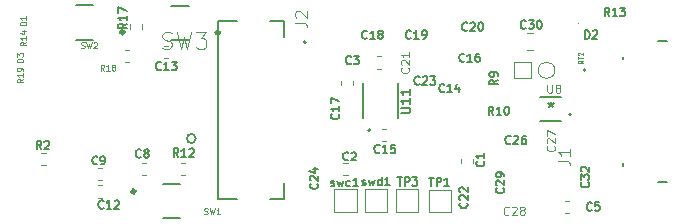
<source format=gbr>
G04 #@! TF.GenerationSoftware,KiCad,Pcbnew,(5.1.6)-1*
G04 #@! TF.CreationDate,2021-02-18T21:14:00+09:00*
G04 #@! TF.ProjectId,guardianCam_Wifi,67756172-6469-4616-9e43-616d5f576966,rev?*
G04 #@! TF.SameCoordinates,Original*
G04 #@! TF.FileFunction,Legend,Top*
G04 #@! TF.FilePolarity,Positive*
%FSLAX46Y46*%
G04 Gerber Fmt 4.6, Leading zero omitted, Abs format (unit mm)*
G04 Created by KiCad (PCBNEW (5.1.6)-1) date 2021-02-18 21:14:00*
%MOMM*%
%LPD*%
G01*
G04 APERTURE LIST*
%ADD10C,0.100000*%
%ADD11C,0.120000*%
%ADD12C,0.152400*%
%ADD13C,0.300000*%
%ADD14C,0.127000*%
%ADD15C,0.200000*%
%ADD16C,0.125000*%
%ADD17C,0.150000*%
%ADD18C,0.015000*%
G04 APERTURE END LIST*
D10*
X83795000Y-87810000D02*
G75*
G03*
X83795000Y-87810000I-50000J0D01*
G01*
D11*
X119890000Y-98890000D02*
X119890000Y-100790000D01*
X119890000Y-100790000D02*
X117990000Y-100790000D01*
X117990000Y-100790000D02*
X117990000Y-98890000D01*
X117990000Y-98890000D02*
X119890000Y-98890000D01*
D12*
X98246600Y-94540701D02*
G75*
G03*
X98246600Y-94540701I-381000J0D01*
G01*
D10*
X130670000Y-84830000D02*
G75*
G03*
X130670000Y-84830000I-50000J0D01*
G01*
X83885000Y-84720000D02*
G75*
G03*
X83885000Y-84720000I-50000J0D01*
G01*
D11*
X128650000Y-88770000D02*
G75*
G03*
X128650000Y-88770000I-700000J0D01*
G01*
X126630000Y-88040000D02*
X126630000Y-89440000D01*
X126630000Y-89440000D02*
X125230000Y-89440000D01*
X125230000Y-89440000D02*
X125230000Y-88040000D01*
X125230000Y-88040000D02*
X126630000Y-88040000D01*
X117100000Y-98850000D02*
X117100000Y-100750000D01*
X117100000Y-100750000D02*
X115200000Y-100750000D01*
X115200000Y-100750000D02*
X115200000Y-98850000D01*
X115200000Y-98850000D02*
X117100000Y-98850000D01*
X114470000Y-98830000D02*
X114470000Y-100730000D01*
X114470000Y-100730000D02*
X112570000Y-100730000D01*
X112570000Y-100730000D02*
X112570000Y-98830000D01*
X112570000Y-98830000D02*
X114470000Y-98830000D01*
X111870000Y-98840000D02*
X111870000Y-100740000D01*
X111870000Y-100740000D02*
X109970000Y-100740000D01*
X109970000Y-100740000D02*
X109970000Y-98840000D01*
X109970000Y-98840000D02*
X111870000Y-98840000D01*
D13*
X100251419Y-85585000D02*
G75*
G03*
X100251419Y-85585000I-141419J0D01*
G01*
D14*
X96176000Y-83335000D02*
X97644000Y-83335000D01*
X97644000Y-86235000D02*
X96176000Y-86235000D01*
D11*
X92591267Y-87040000D02*
X92248733Y-87040000D01*
X92591267Y-88060000D02*
X92248733Y-88060000D01*
X92670000Y-84888733D02*
X92670000Y-85231267D01*
X93690000Y-84888733D02*
X93690000Y-85231267D01*
X95583733Y-87760000D02*
X95926267Y-87760000D01*
X95583733Y-86740000D02*
X95926267Y-86740000D01*
X96993733Y-97620000D02*
X97336267Y-97620000D01*
X96993733Y-96600000D02*
X97336267Y-96600000D01*
X94016267Y-96610000D02*
X93673733Y-96610000D01*
X94016267Y-97630000D02*
X93673733Y-97630000D01*
D13*
X92171419Y-85530000D02*
G75*
G03*
X92171419Y-85530000I-141419J0D01*
G01*
D14*
X88096000Y-83280000D02*
X89564000Y-83280000D01*
X89564000Y-86180000D02*
X88096000Y-86180000D01*
D13*
X93111419Y-99015000D02*
G75*
G03*
X93111419Y-99015000I-141419J0D01*
G01*
D14*
X96904000Y-101265000D02*
X95436000Y-101265000D01*
X95436000Y-98365000D02*
X96904000Y-98365000D01*
D12*
X130031900Y-92530000D02*
G75*
G03*
X130031900Y-92530000I-101600J0D01*
G01*
X127398300Y-93033300D02*
X129201700Y-93033300D01*
X129201700Y-91026700D02*
X127398300Y-91026700D01*
D11*
X126831252Y-85620000D02*
X126308748Y-85620000D01*
X126831252Y-87040000D02*
X126308748Y-87040000D01*
D14*
X115390000Y-92840000D02*
X115390000Y-89840000D01*
X112390000Y-92840000D02*
X112390000Y-89840000D01*
D15*
X113040000Y-93835000D02*
G75*
G03*
X113040000Y-93835000I-100000J0D01*
G01*
D11*
X85526267Y-95730000D02*
X85183733Y-95730000D01*
X85526267Y-96750000D02*
X85183733Y-96750000D01*
D14*
X100130000Y-84580000D02*
X101710000Y-84580000D01*
X100130000Y-99680000D02*
X101710000Y-99680000D01*
X105730000Y-98350000D02*
X105730000Y-99680000D01*
X104550000Y-99680000D02*
X105730000Y-99680000D01*
D15*
X107580000Y-86380000D02*
G75*
G03*
X107580000Y-86380000I-100000J0D01*
G01*
D14*
X105730000Y-84580000D02*
X105730000Y-85910000D01*
X104550000Y-84580000D02*
X105730000Y-84580000D01*
X100130000Y-99680000D02*
X100130000Y-84580000D01*
X138160000Y-86250000D02*
X137360000Y-86250000D01*
X137360000Y-98250000D02*
X138160000Y-98250000D01*
X134460000Y-87650000D02*
X134460000Y-87850000D01*
X134460000Y-96850000D02*
X134460000Y-96650000D01*
D15*
X131266000Y-88751000D02*
G75*
G03*
X131266000Y-88751000I-100000J0D01*
G01*
D11*
X110570000Y-89688733D02*
X110570000Y-90031267D01*
X111590000Y-89688733D02*
X111590000Y-90031267D01*
X114053733Y-94780000D02*
X114396267Y-94780000D01*
X114053733Y-93760000D02*
X114396267Y-93760000D01*
X90306267Y-98520000D02*
X89963733Y-98520000D01*
X90306267Y-99540000D02*
X89963733Y-99540000D01*
X90296267Y-97040000D02*
X89953733Y-97040000D01*
X90296267Y-98060000D02*
X89953733Y-98060000D01*
X129481733Y-100840000D02*
X129824267Y-100840000D01*
X129481733Y-99820000D02*
X129824267Y-99820000D01*
X113598733Y-88620000D02*
X113941267Y-88620000D01*
X113598733Y-87600000D02*
X113941267Y-87600000D01*
X110753733Y-97650000D02*
X111096267Y-97650000D01*
X110753733Y-96630000D02*
X111096267Y-96630000D01*
X120720000Y-96283733D02*
X120720000Y-96626267D01*
X121740000Y-96283733D02*
X121740000Y-96626267D01*
D16*
X83616190Y-89501428D02*
X83378095Y-89668095D01*
X83616190Y-89787142D02*
X83116190Y-89787142D01*
X83116190Y-89596666D01*
X83140000Y-89549047D01*
X83163809Y-89525238D01*
X83211428Y-89501428D01*
X83282857Y-89501428D01*
X83330476Y-89525238D01*
X83354285Y-89549047D01*
X83378095Y-89596666D01*
X83378095Y-89787142D01*
X83616190Y-89025238D02*
X83616190Y-89310952D01*
X83616190Y-89168095D02*
X83116190Y-89168095D01*
X83187619Y-89215714D01*
X83235238Y-89263333D01*
X83259047Y-89310952D01*
X83616190Y-88787142D02*
X83616190Y-88691904D01*
X83592380Y-88644285D01*
X83568571Y-88620476D01*
X83497142Y-88572857D01*
X83401904Y-88549047D01*
X83211428Y-88549047D01*
X83163809Y-88572857D01*
X83140000Y-88596666D01*
X83116190Y-88644285D01*
X83116190Y-88739523D01*
X83140000Y-88787142D01*
X83163809Y-88810952D01*
X83211428Y-88834761D01*
X83330476Y-88834761D01*
X83378095Y-88810952D01*
X83401904Y-88787142D01*
X83425714Y-88739523D01*
X83425714Y-88644285D01*
X83401904Y-88596666D01*
X83378095Y-88572857D01*
X83330476Y-88549047D01*
X83616190Y-88059047D02*
X83116190Y-88059047D01*
X83116190Y-87940000D01*
X83140000Y-87868571D01*
X83187619Y-87820952D01*
X83235238Y-87797142D01*
X83330476Y-87773333D01*
X83401904Y-87773333D01*
X83497142Y-87797142D01*
X83544761Y-87820952D01*
X83592380Y-87868571D01*
X83616190Y-87940000D01*
X83616190Y-88059047D01*
X83116190Y-87606666D02*
X83116190Y-87297142D01*
X83306666Y-87463809D01*
X83306666Y-87392380D01*
X83330476Y-87344761D01*
X83354285Y-87320952D01*
X83401904Y-87297142D01*
X83520952Y-87297142D01*
X83568571Y-87320952D01*
X83592380Y-87344761D01*
X83616190Y-87392380D01*
X83616190Y-87535238D01*
X83592380Y-87582857D01*
X83568571Y-87606666D01*
D17*
X118006666Y-97846666D02*
X118406666Y-97846666D01*
X118206666Y-98546666D02*
X118206666Y-97846666D01*
X118640000Y-98546666D02*
X118640000Y-97846666D01*
X118906666Y-97846666D01*
X118973333Y-97880000D01*
X119006666Y-97913333D01*
X119040000Y-97980000D01*
X119040000Y-98080000D01*
X119006666Y-98146666D01*
X118973333Y-98180000D01*
X118906666Y-98213333D01*
X118640000Y-98213333D01*
X119706666Y-98546666D02*
X119306666Y-98546666D01*
X119506666Y-98546666D02*
X119506666Y-97846666D01*
X119440000Y-97946666D01*
X119373333Y-98013333D01*
X119306666Y-98046666D01*
D10*
X83886190Y-86371428D02*
X83648095Y-86538095D01*
X83886190Y-86657142D02*
X83386190Y-86657142D01*
X83386190Y-86466666D01*
X83410000Y-86419047D01*
X83433809Y-86395238D01*
X83481428Y-86371428D01*
X83552857Y-86371428D01*
X83600476Y-86395238D01*
X83624285Y-86419047D01*
X83648095Y-86466666D01*
X83648095Y-86657142D01*
X83886190Y-85895238D02*
X83886190Y-86180952D01*
X83886190Y-86038095D02*
X83386190Y-86038095D01*
X83457619Y-86085714D01*
X83505238Y-86133333D01*
X83529047Y-86180952D01*
X83552857Y-85466666D02*
X83886190Y-85466666D01*
X83362380Y-85585714D02*
X83719523Y-85704761D01*
X83719523Y-85395238D01*
D17*
X131193333Y-86096666D02*
X131193333Y-85396666D01*
X131360000Y-85396666D01*
X131460000Y-85430000D01*
X131526666Y-85496666D01*
X131560000Y-85563333D01*
X131593333Y-85696666D01*
X131593333Y-85796666D01*
X131560000Y-85930000D01*
X131526666Y-85996666D01*
X131460000Y-86063333D01*
X131360000Y-86096666D01*
X131193333Y-86096666D01*
X131860000Y-85463333D02*
X131893333Y-85430000D01*
X131960000Y-85396666D01*
X132126666Y-85396666D01*
X132193333Y-85430000D01*
X132226666Y-85463333D01*
X132260000Y-85530000D01*
X132260000Y-85596666D01*
X132226666Y-85696666D01*
X131826666Y-86096666D01*
X132260000Y-86096666D01*
D16*
X83866190Y-84949047D02*
X83366190Y-84949047D01*
X83366190Y-84830000D01*
X83390000Y-84758571D01*
X83437619Y-84710952D01*
X83485238Y-84687142D01*
X83580476Y-84663333D01*
X83651904Y-84663333D01*
X83747142Y-84687142D01*
X83794761Y-84710952D01*
X83842380Y-84758571D01*
X83866190Y-84830000D01*
X83866190Y-84949047D01*
X83866190Y-84187142D02*
X83866190Y-84472857D01*
X83866190Y-84330000D02*
X83366190Y-84330000D01*
X83437619Y-84377619D01*
X83485238Y-84425238D01*
X83509047Y-84472857D01*
D17*
X133270000Y-84186666D02*
X133036666Y-83853333D01*
X132870000Y-84186666D02*
X132870000Y-83486666D01*
X133136666Y-83486666D01*
X133203333Y-83520000D01*
X133236666Y-83553333D01*
X133270000Y-83620000D01*
X133270000Y-83720000D01*
X133236666Y-83786666D01*
X133203333Y-83820000D01*
X133136666Y-83853333D01*
X132870000Y-83853333D01*
X133936666Y-84186666D02*
X133536666Y-84186666D01*
X133736666Y-84186666D02*
X133736666Y-83486666D01*
X133670000Y-83586666D01*
X133603333Y-83653333D01*
X133536666Y-83686666D01*
X134170000Y-83486666D02*
X134603333Y-83486666D01*
X134370000Y-83753333D01*
X134470000Y-83753333D01*
X134536666Y-83786666D01*
X134570000Y-83820000D01*
X134603333Y-83886666D01*
X134603333Y-84053333D01*
X134570000Y-84120000D01*
X134536666Y-84153333D01*
X134470000Y-84186666D01*
X134270000Y-84186666D01*
X134203333Y-84153333D01*
X134170000Y-84120000D01*
X123450000Y-92536666D02*
X123216666Y-92203333D01*
X123050000Y-92536666D02*
X123050000Y-91836666D01*
X123316666Y-91836666D01*
X123383333Y-91870000D01*
X123416666Y-91903333D01*
X123450000Y-91970000D01*
X123450000Y-92070000D01*
X123416666Y-92136666D01*
X123383333Y-92170000D01*
X123316666Y-92203333D01*
X123050000Y-92203333D01*
X124116666Y-92536666D02*
X123716666Y-92536666D01*
X123916666Y-92536666D02*
X123916666Y-91836666D01*
X123850000Y-91936666D01*
X123783333Y-92003333D01*
X123716666Y-92036666D01*
X124550000Y-91836666D02*
X124616666Y-91836666D01*
X124683333Y-91870000D01*
X124716666Y-91903333D01*
X124750000Y-91970000D01*
X124783333Y-92103333D01*
X124783333Y-92270000D01*
X124750000Y-92403333D01*
X124716666Y-92470000D01*
X124683333Y-92503333D01*
X124616666Y-92536666D01*
X124550000Y-92536666D01*
X124483333Y-92503333D01*
X124450000Y-92470000D01*
X124416666Y-92403333D01*
X124383333Y-92270000D01*
X124383333Y-92103333D01*
X124416666Y-91970000D01*
X124450000Y-91903333D01*
X124483333Y-91870000D01*
X124550000Y-91836666D01*
X123806666Y-89566666D02*
X123473333Y-89800000D01*
X123806666Y-89966666D02*
X123106666Y-89966666D01*
X123106666Y-89700000D01*
X123140000Y-89633333D01*
X123173333Y-89600000D01*
X123240000Y-89566666D01*
X123340000Y-89566666D01*
X123406666Y-89600000D01*
X123440000Y-89633333D01*
X123473333Y-89700000D01*
X123473333Y-89966666D01*
X123806666Y-89233333D02*
X123806666Y-89100000D01*
X123773333Y-89033333D01*
X123740000Y-89000000D01*
X123640000Y-88933333D01*
X123506666Y-88900000D01*
X123240000Y-88900000D01*
X123173333Y-88933333D01*
X123140000Y-88966666D01*
X123106666Y-89033333D01*
X123106666Y-89166666D01*
X123140000Y-89233333D01*
X123173333Y-89266666D01*
X123240000Y-89300000D01*
X123406666Y-89300000D01*
X123473333Y-89266666D01*
X123506666Y-89233333D01*
X123540000Y-89166666D01*
X123540000Y-89033333D01*
X123506666Y-88966666D01*
X123473333Y-88933333D01*
X123406666Y-88900000D01*
X117200000Y-89920000D02*
X117166666Y-89953333D01*
X117066666Y-89986666D01*
X117000000Y-89986666D01*
X116900000Y-89953333D01*
X116833333Y-89886666D01*
X116800000Y-89820000D01*
X116766666Y-89686666D01*
X116766666Y-89586666D01*
X116800000Y-89453333D01*
X116833333Y-89386666D01*
X116900000Y-89320000D01*
X117000000Y-89286666D01*
X117066666Y-89286666D01*
X117166666Y-89320000D01*
X117200000Y-89353333D01*
X117466666Y-89353333D02*
X117500000Y-89320000D01*
X117566666Y-89286666D01*
X117733333Y-89286666D01*
X117800000Y-89320000D01*
X117833333Y-89353333D01*
X117866666Y-89420000D01*
X117866666Y-89486666D01*
X117833333Y-89586666D01*
X117433333Y-89986666D01*
X117866666Y-89986666D01*
X118100000Y-89286666D02*
X118533333Y-89286666D01*
X118300000Y-89553333D01*
X118400000Y-89553333D01*
X118466666Y-89586666D01*
X118500000Y-89620000D01*
X118533333Y-89686666D01*
X118533333Y-89853333D01*
X118500000Y-89920000D01*
X118466666Y-89953333D01*
X118400000Y-89986666D01*
X118200000Y-89986666D01*
X118133333Y-89953333D01*
X118100000Y-89920000D01*
D16*
X116260000Y-88570000D02*
X116293333Y-88603333D01*
X116326666Y-88703333D01*
X116326666Y-88770000D01*
X116293333Y-88870000D01*
X116226666Y-88936666D01*
X116160000Y-88970000D01*
X116026666Y-89003333D01*
X115926666Y-89003333D01*
X115793333Y-88970000D01*
X115726666Y-88936666D01*
X115660000Y-88870000D01*
X115626666Y-88770000D01*
X115626666Y-88703333D01*
X115660000Y-88603333D01*
X115693333Y-88570000D01*
X115693333Y-88303333D02*
X115660000Y-88270000D01*
X115626666Y-88203333D01*
X115626666Y-88036666D01*
X115660000Y-87970000D01*
X115693333Y-87936666D01*
X115760000Y-87903333D01*
X115826666Y-87903333D01*
X115926666Y-87936666D01*
X116326666Y-88336666D01*
X116326666Y-87903333D01*
X116326666Y-87236666D02*
X116326666Y-87636666D01*
X116326666Y-87436666D02*
X115626666Y-87436666D01*
X115726666Y-87503333D01*
X115793333Y-87570000D01*
X115826666Y-87636666D01*
D17*
X120980000Y-87980000D02*
X120946666Y-88013333D01*
X120846666Y-88046666D01*
X120780000Y-88046666D01*
X120680000Y-88013333D01*
X120613333Y-87946666D01*
X120580000Y-87880000D01*
X120546666Y-87746666D01*
X120546666Y-87646666D01*
X120580000Y-87513333D01*
X120613333Y-87446666D01*
X120680000Y-87380000D01*
X120780000Y-87346666D01*
X120846666Y-87346666D01*
X120946666Y-87380000D01*
X120980000Y-87413333D01*
X121646666Y-88046666D02*
X121246666Y-88046666D01*
X121446666Y-88046666D02*
X121446666Y-87346666D01*
X121380000Y-87446666D01*
X121313333Y-87513333D01*
X121246666Y-87546666D01*
X122246666Y-87346666D02*
X122113333Y-87346666D01*
X122046666Y-87380000D01*
X122013333Y-87413333D01*
X121946666Y-87513333D01*
X121913333Y-87646666D01*
X121913333Y-87913333D01*
X121946666Y-87980000D01*
X121980000Y-88013333D01*
X122046666Y-88046666D01*
X122180000Y-88046666D01*
X122246666Y-88013333D01*
X122280000Y-87980000D01*
X122313333Y-87913333D01*
X122313333Y-87746666D01*
X122280000Y-87680000D01*
X122246666Y-87646666D01*
X122180000Y-87613333D01*
X122046666Y-87613333D01*
X121980000Y-87646666D01*
X121946666Y-87680000D01*
X121913333Y-87746666D01*
X119290000Y-90560000D02*
X119256666Y-90593333D01*
X119156666Y-90626666D01*
X119090000Y-90626666D01*
X118990000Y-90593333D01*
X118923333Y-90526666D01*
X118890000Y-90460000D01*
X118856666Y-90326666D01*
X118856666Y-90226666D01*
X118890000Y-90093333D01*
X118923333Y-90026666D01*
X118990000Y-89960000D01*
X119090000Y-89926666D01*
X119156666Y-89926666D01*
X119256666Y-89960000D01*
X119290000Y-89993333D01*
X119956666Y-90626666D02*
X119556666Y-90626666D01*
X119756666Y-90626666D02*
X119756666Y-89926666D01*
X119690000Y-90026666D01*
X119623333Y-90093333D01*
X119556666Y-90126666D01*
X120556666Y-90160000D02*
X120556666Y-90626666D01*
X120390000Y-89893333D02*
X120223333Y-90393333D01*
X120656666Y-90393333D01*
X116460000Y-86020000D02*
X116426666Y-86053333D01*
X116326666Y-86086666D01*
X116260000Y-86086666D01*
X116160000Y-86053333D01*
X116093333Y-85986666D01*
X116060000Y-85920000D01*
X116026666Y-85786666D01*
X116026666Y-85686666D01*
X116060000Y-85553333D01*
X116093333Y-85486666D01*
X116160000Y-85420000D01*
X116260000Y-85386666D01*
X116326666Y-85386666D01*
X116426666Y-85420000D01*
X116460000Y-85453333D01*
X117126666Y-86086666D02*
X116726666Y-86086666D01*
X116926666Y-86086666D02*
X116926666Y-85386666D01*
X116860000Y-85486666D01*
X116793333Y-85553333D01*
X116726666Y-85586666D01*
X117460000Y-86086666D02*
X117593333Y-86086666D01*
X117660000Y-86053333D01*
X117693333Y-86020000D01*
X117760000Y-85920000D01*
X117793333Y-85786666D01*
X117793333Y-85520000D01*
X117760000Y-85453333D01*
X117726666Y-85420000D01*
X117660000Y-85386666D01*
X117526666Y-85386666D01*
X117460000Y-85420000D01*
X117426666Y-85453333D01*
X117393333Y-85520000D01*
X117393333Y-85686666D01*
X117426666Y-85753333D01*
X117460000Y-85786666D01*
X117526666Y-85820000D01*
X117660000Y-85820000D01*
X117726666Y-85786666D01*
X117760000Y-85753333D01*
X117793333Y-85686666D01*
X108540000Y-98360000D02*
X108573333Y-98393333D01*
X108606666Y-98493333D01*
X108606666Y-98560000D01*
X108573333Y-98660000D01*
X108506666Y-98726666D01*
X108440000Y-98760000D01*
X108306666Y-98793333D01*
X108206666Y-98793333D01*
X108073333Y-98760000D01*
X108006666Y-98726666D01*
X107940000Y-98660000D01*
X107906666Y-98560000D01*
X107906666Y-98493333D01*
X107940000Y-98393333D01*
X107973333Y-98360000D01*
X107973333Y-98093333D02*
X107940000Y-98060000D01*
X107906666Y-97993333D01*
X107906666Y-97826666D01*
X107940000Y-97760000D01*
X107973333Y-97726666D01*
X108040000Y-97693333D01*
X108106666Y-97693333D01*
X108206666Y-97726666D01*
X108606666Y-98126666D01*
X108606666Y-97693333D01*
X108140000Y-97093333D02*
X108606666Y-97093333D01*
X107873333Y-97260000D02*
X108373333Y-97426666D01*
X108373333Y-96993333D01*
X121200000Y-100000000D02*
X121233333Y-100033333D01*
X121266666Y-100133333D01*
X121266666Y-100200000D01*
X121233333Y-100300000D01*
X121166666Y-100366666D01*
X121100000Y-100400000D01*
X120966666Y-100433333D01*
X120866666Y-100433333D01*
X120733333Y-100400000D01*
X120666666Y-100366666D01*
X120600000Y-100300000D01*
X120566666Y-100200000D01*
X120566666Y-100133333D01*
X120600000Y-100033333D01*
X120633333Y-100000000D01*
X120633333Y-99733333D02*
X120600000Y-99700000D01*
X120566666Y-99633333D01*
X120566666Y-99466666D01*
X120600000Y-99400000D01*
X120633333Y-99366666D01*
X120700000Y-99333333D01*
X120766666Y-99333333D01*
X120866666Y-99366666D01*
X121266666Y-99766666D01*
X121266666Y-99333333D01*
X120633333Y-99066666D02*
X120600000Y-99033333D01*
X120566666Y-98966666D01*
X120566666Y-98800000D01*
X120600000Y-98733333D01*
X120633333Y-98700000D01*
X120700000Y-98666666D01*
X120766666Y-98666666D01*
X120866666Y-98700000D01*
X121266666Y-99100000D01*
X121266666Y-98666666D01*
X121230000Y-85350000D02*
X121196666Y-85383333D01*
X121096666Y-85416666D01*
X121030000Y-85416666D01*
X120930000Y-85383333D01*
X120863333Y-85316666D01*
X120830000Y-85250000D01*
X120796666Y-85116666D01*
X120796666Y-85016666D01*
X120830000Y-84883333D01*
X120863333Y-84816666D01*
X120930000Y-84750000D01*
X121030000Y-84716666D01*
X121096666Y-84716666D01*
X121196666Y-84750000D01*
X121230000Y-84783333D01*
X121496666Y-84783333D02*
X121530000Y-84750000D01*
X121596666Y-84716666D01*
X121763333Y-84716666D01*
X121830000Y-84750000D01*
X121863333Y-84783333D01*
X121896666Y-84850000D01*
X121896666Y-84916666D01*
X121863333Y-85016666D01*
X121463333Y-85416666D01*
X121896666Y-85416666D01*
X122330000Y-84716666D02*
X122396666Y-84716666D01*
X122463333Y-84750000D01*
X122496666Y-84783333D01*
X122530000Y-84850000D01*
X122563333Y-84983333D01*
X122563333Y-85150000D01*
X122530000Y-85283333D01*
X122496666Y-85350000D01*
X122463333Y-85383333D01*
X122396666Y-85416666D01*
X122330000Y-85416666D01*
X122263333Y-85383333D01*
X122230000Y-85350000D01*
X122196666Y-85283333D01*
X122163333Y-85150000D01*
X122163333Y-84983333D01*
X122196666Y-84850000D01*
X122230000Y-84783333D01*
X122263333Y-84750000D01*
X122330000Y-84716666D01*
X112750000Y-86040000D02*
X112716666Y-86073333D01*
X112616666Y-86106666D01*
X112550000Y-86106666D01*
X112450000Y-86073333D01*
X112383333Y-86006666D01*
X112350000Y-85940000D01*
X112316666Y-85806666D01*
X112316666Y-85706666D01*
X112350000Y-85573333D01*
X112383333Y-85506666D01*
X112450000Y-85440000D01*
X112550000Y-85406666D01*
X112616666Y-85406666D01*
X112716666Y-85440000D01*
X112750000Y-85473333D01*
X113416666Y-86106666D02*
X113016666Y-86106666D01*
X113216666Y-86106666D02*
X113216666Y-85406666D01*
X113150000Y-85506666D01*
X113083333Y-85573333D01*
X113016666Y-85606666D01*
X113816666Y-85706666D02*
X113750000Y-85673333D01*
X113716666Y-85640000D01*
X113683333Y-85573333D01*
X113683333Y-85540000D01*
X113716666Y-85473333D01*
X113750000Y-85440000D01*
X113816666Y-85406666D01*
X113950000Y-85406666D01*
X114016666Y-85440000D01*
X114050000Y-85473333D01*
X114083333Y-85540000D01*
X114083333Y-85573333D01*
X114050000Y-85640000D01*
X114016666Y-85673333D01*
X113950000Y-85706666D01*
X113816666Y-85706666D01*
X113750000Y-85740000D01*
X113716666Y-85773333D01*
X113683333Y-85840000D01*
X113683333Y-85973333D01*
X113716666Y-86040000D01*
X113750000Y-86073333D01*
X113816666Y-86106666D01*
X113950000Y-86106666D01*
X114016666Y-86073333D01*
X114050000Y-86040000D01*
X114083333Y-85973333D01*
X114083333Y-85840000D01*
X114050000Y-85773333D01*
X114016666Y-85740000D01*
X113950000Y-85706666D01*
X131500000Y-98250000D02*
X131533333Y-98283333D01*
X131566666Y-98383333D01*
X131566666Y-98450000D01*
X131533333Y-98550000D01*
X131466666Y-98616666D01*
X131400000Y-98650000D01*
X131266666Y-98683333D01*
X131166666Y-98683333D01*
X131033333Y-98650000D01*
X130966666Y-98616666D01*
X130900000Y-98550000D01*
X130866666Y-98450000D01*
X130866666Y-98383333D01*
X130900000Y-98283333D01*
X130933333Y-98250000D01*
X130866666Y-98016666D02*
X130866666Y-97583333D01*
X131133333Y-97816666D01*
X131133333Y-97716666D01*
X131166666Y-97650000D01*
X131200000Y-97616666D01*
X131266666Y-97583333D01*
X131433333Y-97583333D01*
X131500000Y-97616666D01*
X131533333Y-97650000D01*
X131566666Y-97716666D01*
X131566666Y-97916666D01*
X131533333Y-97983333D01*
X131500000Y-98016666D01*
X130933333Y-97316666D02*
X130900000Y-97283333D01*
X130866666Y-97216666D01*
X130866666Y-97050000D01*
X130900000Y-96983333D01*
X130933333Y-96950000D01*
X131000000Y-96916666D01*
X131066666Y-96916666D01*
X131166666Y-96950000D01*
X131566666Y-97350000D01*
X131566666Y-96916666D01*
X115316666Y-97826666D02*
X115716666Y-97826666D01*
X115516666Y-98526666D02*
X115516666Y-97826666D01*
X115950000Y-98526666D02*
X115950000Y-97826666D01*
X116216666Y-97826666D01*
X116283333Y-97860000D01*
X116316666Y-97893333D01*
X116350000Y-97960000D01*
X116350000Y-98060000D01*
X116316666Y-98126666D01*
X116283333Y-98160000D01*
X116216666Y-98193333D01*
X115950000Y-98193333D01*
X116583333Y-97826666D02*
X117016666Y-97826666D01*
X116783333Y-98093333D01*
X116883333Y-98093333D01*
X116950000Y-98126666D01*
X116983333Y-98160000D01*
X117016666Y-98226666D01*
X117016666Y-98393333D01*
X116983333Y-98460000D01*
X116950000Y-98493333D01*
X116883333Y-98526666D01*
X116683333Y-98526666D01*
X116616666Y-98493333D01*
X116583333Y-98460000D01*
X112343333Y-98473333D02*
X112410000Y-98506666D01*
X112543333Y-98506666D01*
X112610000Y-98473333D01*
X112643333Y-98406666D01*
X112643333Y-98373333D01*
X112610000Y-98306666D01*
X112543333Y-98273333D01*
X112443333Y-98273333D01*
X112376666Y-98240000D01*
X112343333Y-98173333D01*
X112343333Y-98140000D01*
X112376666Y-98073333D01*
X112443333Y-98040000D01*
X112543333Y-98040000D01*
X112610000Y-98073333D01*
X112876666Y-98040000D02*
X113010000Y-98506666D01*
X113143333Y-98173333D01*
X113276666Y-98506666D01*
X113410000Y-98040000D01*
X113976666Y-98506666D02*
X113976666Y-97806666D01*
X113976666Y-98473333D02*
X113910000Y-98506666D01*
X113776666Y-98506666D01*
X113710000Y-98473333D01*
X113676666Y-98440000D01*
X113643333Y-98373333D01*
X113643333Y-98173333D01*
X113676666Y-98106666D01*
X113710000Y-98073333D01*
X113776666Y-98040000D01*
X113910000Y-98040000D01*
X113976666Y-98073333D01*
X114676666Y-98506666D02*
X114276666Y-98506666D01*
X114476666Y-98506666D02*
X114476666Y-97806666D01*
X114410000Y-97906666D01*
X114343333Y-97973333D01*
X114276666Y-98006666D01*
X109690000Y-98543333D02*
X109756666Y-98576666D01*
X109890000Y-98576666D01*
X109956666Y-98543333D01*
X109990000Y-98476666D01*
X109990000Y-98443333D01*
X109956666Y-98376666D01*
X109890000Y-98343333D01*
X109790000Y-98343333D01*
X109723333Y-98310000D01*
X109690000Y-98243333D01*
X109690000Y-98210000D01*
X109723333Y-98143333D01*
X109790000Y-98110000D01*
X109890000Y-98110000D01*
X109956666Y-98143333D01*
X110223333Y-98110000D02*
X110356666Y-98576666D01*
X110490000Y-98243333D01*
X110623333Y-98576666D01*
X110756666Y-98110000D01*
X111323333Y-98543333D02*
X111256666Y-98576666D01*
X111123333Y-98576666D01*
X111056666Y-98543333D01*
X111023333Y-98510000D01*
X110990000Y-98443333D01*
X110990000Y-98243333D01*
X111023333Y-98176666D01*
X111056666Y-98143333D01*
X111123333Y-98110000D01*
X111256666Y-98110000D01*
X111323333Y-98143333D01*
X111990000Y-98576666D02*
X111590000Y-98576666D01*
X111790000Y-98576666D02*
X111790000Y-97876666D01*
X111723333Y-97976666D01*
X111656666Y-98043333D01*
X111590000Y-98076666D01*
X124900000Y-94940000D02*
X124866666Y-94973333D01*
X124766666Y-95006666D01*
X124700000Y-95006666D01*
X124600000Y-94973333D01*
X124533333Y-94906666D01*
X124500000Y-94840000D01*
X124466666Y-94706666D01*
X124466666Y-94606666D01*
X124500000Y-94473333D01*
X124533333Y-94406666D01*
X124600000Y-94340000D01*
X124700000Y-94306666D01*
X124766666Y-94306666D01*
X124866666Y-94340000D01*
X124900000Y-94373333D01*
X125166666Y-94373333D02*
X125200000Y-94340000D01*
X125266666Y-94306666D01*
X125433333Y-94306666D01*
X125500000Y-94340000D01*
X125533333Y-94373333D01*
X125566666Y-94440000D01*
X125566666Y-94506666D01*
X125533333Y-94606666D01*
X125133333Y-95006666D01*
X125566666Y-95006666D01*
X126166666Y-94306666D02*
X126033333Y-94306666D01*
X125966666Y-94340000D01*
X125933333Y-94373333D01*
X125866666Y-94473333D01*
X125833333Y-94606666D01*
X125833333Y-94873333D01*
X125866666Y-94940000D01*
X125900000Y-94973333D01*
X125966666Y-95006666D01*
X126100000Y-95006666D01*
X126166666Y-94973333D01*
X126200000Y-94940000D01*
X126233333Y-94873333D01*
X126233333Y-94706666D01*
X126200000Y-94640000D01*
X126166666Y-94606666D01*
X126100000Y-94573333D01*
X125966666Y-94573333D01*
X125900000Y-94606666D01*
X125866666Y-94640000D01*
X125833333Y-94706666D01*
X124290000Y-98740000D02*
X124323333Y-98773333D01*
X124356666Y-98873333D01*
X124356666Y-98940000D01*
X124323333Y-99040000D01*
X124256666Y-99106666D01*
X124190000Y-99140000D01*
X124056666Y-99173333D01*
X123956666Y-99173333D01*
X123823333Y-99140000D01*
X123756666Y-99106666D01*
X123690000Y-99040000D01*
X123656666Y-98940000D01*
X123656666Y-98873333D01*
X123690000Y-98773333D01*
X123723333Y-98740000D01*
X123723333Y-98473333D02*
X123690000Y-98440000D01*
X123656666Y-98373333D01*
X123656666Y-98206666D01*
X123690000Y-98140000D01*
X123723333Y-98106666D01*
X123790000Y-98073333D01*
X123856666Y-98073333D01*
X123956666Y-98106666D01*
X124356666Y-98506666D01*
X124356666Y-98073333D01*
X124356666Y-97740000D02*
X124356666Y-97606666D01*
X124323333Y-97540000D01*
X124290000Y-97506666D01*
X124190000Y-97440000D01*
X124056666Y-97406666D01*
X123790000Y-97406666D01*
X123723333Y-97440000D01*
X123690000Y-97473333D01*
X123656666Y-97540000D01*
X123656666Y-97673333D01*
X123690000Y-97740000D01*
X123723333Y-97773333D01*
X123790000Y-97806666D01*
X123956666Y-97806666D01*
X124023333Y-97773333D01*
X124056666Y-97740000D01*
X124090000Y-97673333D01*
X124090000Y-97540000D01*
X124056666Y-97473333D01*
X124023333Y-97440000D01*
X123956666Y-97406666D01*
D10*
X124750000Y-100950000D02*
X124716666Y-100983333D01*
X124616666Y-101016666D01*
X124550000Y-101016666D01*
X124450000Y-100983333D01*
X124383333Y-100916666D01*
X124350000Y-100850000D01*
X124316666Y-100716666D01*
X124316666Y-100616666D01*
X124350000Y-100483333D01*
X124383333Y-100416666D01*
X124450000Y-100350000D01*
X124550000Y-100316666D01*
X124616666Y-100316666D01*
X124716666Y-100350000D01*
X124750000Y-100383333D01*
X125016666Y-100383333D02*
X125050000Y-100350000D01*
X125116666Y-100316666D01*
X125283333Y-100316666D01*
X125350000Y-100350000D01*
X125383333Y-100383333D01*
X125416666Y-100450000D01*
X125416666Y-100516666D01*
X125383333Y-100616666D01*
X124983333Y-101016666D01*
X125416666Y-101016666D01*
X125816666Y-100616666D02*
X125750000Y-100583333D01*
X125716666Y-100550000D01*
X125683333Y-100483333D01*
X125683333Y-100450000D01*
X125716666Y-100383333D01*
X125750000Y-100350000D01*
X125816666Y-100316666D01*
X125950000Y-100316666D01*
X126016666Y-100350000D01*
X126050000Y-100383333D01*
X126083333Y-100450000D01*
X126083333Y-100483333D01*
X126050000Y-100550000D01*
X126016666Y-100583333D01*
X125950000Y-100616666D01*
X125816666Y-100616666D01*
X125750000Y-100650000D01*
X125716666Y-100683333D01*
X125683333Y-100750000D01*
X125683333Y-100883333D01*
X125716666Y-100950000D01*
X125750000Y-100983333D01*
X125816666Y-101016666D01*
X125950000Y-101016666D01*
X126016666Y-100983333D01*
X126050000Y-100950000D01*
X126083333Y-100883333D01*
X126083333Y-100750000D01*
X126050000Y-100683333D01*
X126016666Y-100650000D01*
X125950000Y-100616666D01*
D16*
X128590000Y-95190000D02*
X128623333Y-95223333D01*
X128656666Y-95323333D01*
X128656666Y-95390000D01*
X128623333Y-95490000D01*
X128556666Y-95556666D01*
X128490000Y-95590000D01*
X128356666Y-95623333D01*
X128256666Y-95623333D01*
X128123333Y-95590000D01*
X128056666Y-95556666D01*
X127990000Y-95490000D01*
X127956666Y-95390000D01*
X127956666Y-95323333D01*
X127990000Y-95223333D01*
X128023333Y-95190000D01*
X128023333Y-94923333D02*
X127990000Y-94890000D01*
X127956666Y-94823333D01*
X127956666Y-94656666D01*
X127990000Y-94590000D01*
X128023333Y-94556666D01*
X128090000Y-94523333D01*
X128156666Y-94523333D01*
X128256666Y-94556666D01*
X128656666Y-94956666D01*
X128656666Y-94523333D01*
X127956666Y-94290000D02*
X127956666Y-93823333D01*
X128656666Y-94123333D01*
D18*
X95411181Y-86857319D02*
X95611411Y-86924063D01*
X95945129Y-86924063D01*
X96078616Y-86857319D01*
X96145360Y-86790576D01*
X96212103Y-86657089D01*
X96212103Y-86523602D01*
X96145360Y-86390115D01*
X96078616Y-86323371D01*
X95945129Y-86256628D01*
X95678155Y-86189884D01*
X95544668Y-86123141D01*
X95477924Y-86056397D01*
X95411181Y-85922910D01*
X95411181Y-85789423D01*
X95477924Y-85655936D01*
X95544668Y-85589193D01*
X95678155Y-85522449D01*
X96011873Y-85522449D01*
X96212103Y-85589193D01*
X96679308Y-85522449D02*
X97013025Y-86924063D01*
X97280000Y-85922910D01*
X97546974Y-86924063D01*
X97880691Y-85522449D01*
X98281152Y-85522449D02*
X99148818Y-85522449D01*
X98681614Y-86056397D01*
X98881844Y-86056397D01*
X99015331Y-86123141D01*
X99082075Y-86189884D01*
X99148818Y-86323371D01*
X99148818Y-86657089D01*
X99082075Y-86790576D01*
X99015331Y-86857319D01*
X98881844Y-86924063D01*
X98481383Y-86924063D01*
X98347896Y-86857319D01*
X98281152Y-86790576D01*
D10*
X90498571Y-88786190D02*
X90331904Y-88548095D01*
X90212857Y-88786190D02*
X90212857Y-88286190D01*
X90403333Y-88286190D01*
X90450952Y-88310000D01*
X90474761Y-88333809D01*
X90498571Y-88381428D01*
X90498571Y-88452857D01*
X90474761Y-88500476D01*
X90450952Y-88524285D01*
X90403333Y-88548095D01*
X90212857Y-88548095D01*
X90974761Y-88786190D02*
X90689047Y-88786190D01*
X90831904Y-88786190D02*
X90831904Y-88286190D01*
X90784285Y-88357619D01*
X90736666Y-88405238D01*
X90689047Y-88429047D01*
X91260476Y-88500476D02*
X91212857Y-88476666D01*
X91189047Y-88452857D01*
X91165238Y-88405238D01*
X91165238Y-88381428D01*
X91189047Y-88333809D01*
X91212857Y-88310000D01*
X91260476Y-88286190D01*
X91355714Y-88286190D01*
X91403333Y-88310000D01*
X91427142Y-88333809D01*
X91450952Y-88381428D01*
X91450952Y-88405238D01*
X91427142Y-88452857D01*
X91403333Y-88476666D01*
X91355714Y-88500476D01*
X91260476Y-88500476D01*
X91212857Y-88524285D01*
X91189047Y-88548095D01*
X91165238Y-88595714D01*
X91165238Y-88690952D01*
X91189047Y-88738571D01*
X91212857Y-88762380D01*
X91260476Y-88786190D01*
X91355714Y-88786190D01*
X91403333Y-88762380D01*
X91427142Y-88738571D01*
X91450952Y-88690952D01*
X91450952Y-88595714D01*
X91427142Y-88548095D01*
X91403333Y-88524285D01*
X91355714Y-88500476D01*
D17*
X92396666Y-84810000D02*
X92063333Y-85043333D01*
X92396666Y-85210000D02*
X91696666Y-85210000D01*
X91696666Y-84943333D01*
X91730000Y-84876666D01*
X91763333Y-84843333D01*
X91830000Y-84810000D01*
X91930000Y-84810000D01*
X91996666Y-84843333D01*
X92030000Y-84876666D01*
X92063333Y-84943333D01*
X92063333Y-85210000D01*
X92396666Y-84143333D02*
X92396666Y-84543333D01*
X92396666Y-84343333D02*
X91696666Y-84343333D01*
X91796666Y-84410000D01*
X91863333Y-84476666D01*
X91896666Y-84543333D01*
X91696666Y-83910000D02*
X91696666Y-83443333D01*
X92396666Y-83743333D01*
X95300000Y-88670000D02*
X95266666Y-88703333D01*
X95166666Y-88736666D01*
X95100000Y-88736666D01*
X95000000Y-88703333D01*
X94933333Y-88636666D01*
X94900000Y-88570000D01*
X94866666Y-88436666D01*
X94866666Y-88336666D01*
X94900000Y-88203333D01*
X94933333Y-88136666D01*
X95000000Y-88070000D01*
X95100000Y-88036666D01*
X95166666Y-88036666D01*
X95266666Y-88070000D01*
X95300000Y-88103333D01*
X95966666Y-88736666D02*
X95566666Y-88736666D01*
X95766666Y-88736666D02*
X95766666Y-88036666D01*
X95700000Y-88136666D01*
X95633333Y-88203333D01*
X95566666Y-88236666D01*
X96200000Y-88036666D02*
X96633333Y-88036666D01*
X96400000Y-88303333D01*
X96500000Y-88303333D01*
X96566666Y-88336666D01*
X96600000Y-88370000D01*
X96633333Y-88436666D01*
X96633333Y-88603333D01*
X96600000Y-88670000D01*
X96566666Y-88703333D01*
X96500000Y-88736666D01*
X96300000Y-88736666D01*
X96233333Y-88703333D01*
X96200000Y-88670000D01*
X96770000Y-96076666D02*
X96536666Y-95743333D01*
X96370000Y-96076666D02*
X96370000Y-95376666D01*
X96636666Y-95376666D01*
X96703333Y-95410000D01*
X96736666Y-95443333D01*
X96770000Y-95510000D01*
X96770000Y-95610000D01*
X96736666Y-95676666D01*
X96703333Y-95710000D01*
X96636666Y-95743333D01*
X96370000Y-95743333D01*
X97436666Y-96076666D02*
X97036666Y-96076666D01*
X97236666Y-96076666D02*
X97236666Y-95376666D01*
X97170000Y-95476666D01*
X97103333Y-95543333D01*
X97036666Y-95576666D01*
X97703333Y-95443333D02*
X97736666Y-95410000D01*
X97803333Y-95376666D01*
X97970000Y-95376666D01*
X98036666Y-95410000D01*
X98070000Y-95443333D01*
X98103333Y-95510000D01*
X98103333Y-95576666D01*
X98070000Y-95676666D01*
X97670000Y-96076666D01*
X98103333Y-96076666D01*
X93613333Y-96090000D02*
X93580000Y-96123333D01*
X93480000Y-96156666D01*
X93413333Y-96156666D01*
X93313333Y-96123333D01*
X93246666Y-96056666D01*
X93213333Y-95990000D01*
X93180000Y-95856666D01*
X93180000Y-95756666D01*
X93213333Y-95623333D01*
X93246666Y-95556666D01*
X93313333Y-95490000D01*
X93413333Y-95456666D01*
X93480000Y-95456666D01*
X93580000Y-95490000D01*
X93613333Y-95523333D01*
X94013333Y-95756666D02*
X93946666Y-95723333D01*
X93913333Y-95690000D01*
X93880000Y-95623333D01*
X93880000Y-95590000D01*
X93913333Y-95523333D01*
X93946666Y-95490000D01*
X94013333Y-95456666D01*
X94146666Y-95456666D01*
X94213333Y-95490000D01*
X94246666Y-95523333D01*
X94280000Y-95590000D01*
X94280000Y-95623333D01*
X94246666Y-95690000D01*
X94213333Y-95723333D01*
X94146666Y-95756666D01*
X94013333Y-95756666D01*
X93946666Y-95790000D01*
X93913333Y-95823333D01*
X93880000Y-95890000D01*
X93880000Y-96023333D01*
X93913333Y-96090000D01*
X93946666Y-96123333D01*
X94013333Y-96156666D01*
X94146666Y-96156666D01*
X94213333Y-96123333D01*
X94246666Y-96090000D01*
X94280000Y-96023333D01*
X94280000Y-95890000D01*
X94246666Y-95823333D01*
X94213333Y-95790000D01*
X94146666Y-95756666D01*
D10*
X88543333Y-86862380D02*
X88614761Y-86886190D01*
X88733809Y-86886190D01*
X88781428Y-86862380D01*
X88805238Y-86838571D01*
X88829047Y-86790952D01*
X88829047Y-86743333D01*
X88805238Y-86695714D01*
X88781428Y-86671904D01*
X88733809Y-86648095D01*
X88638571Y-86624285D01*
X88590952Y-86600476D01*
X88567142Y-86576666D01*
X88543333Y-86529047D01*
X88543333Y-86481428D01*
X88567142Y-86433809D01*
X88590952Y-86410000D01*
X88638571Y-86386190D01*
X88757619Y-86386190D01*
X88829047Y-86410000D01*
X88995714Y-86386190D02*
X89114761Y-86886190D01*
X89210000Y-86529047D01*
X89305238Y-86886190D01*
X89424285Y-86386190D01*
X89590952Y-86433809D02*
X89614761Y-86410000D01*
X89662380Y-86386190D01*
X89781428Y-86386190D01*
X89829047Y-86410000D01*
X89852857Y-86433809D01*
X89876666Y-86481428D01*
X89876666Y-86529047D01*
X89852857Y-86600476D01*
X89567142Y-86886190D01*
X89876666Y-86886190D01*
D16*
X98973333Y-100932380D02*
X99044761Y-100956190D01*
X99163809Y-100956190D01*
X99211428Y-100932380D01*
X99235238Y-100908571D01*
X99259047Y-100860952D01*
X99259047Y-100813333D01*
X99235238Y-100765714D01*
X99211428Y-100741904D01*
X99163809Y-100718095D01*
X99068571Y-100694285D01*
X99020952Y-100670476D01*
X98997142Y-100646666D01*
X98973333Y-100599047D01*
X98973333Y-100551428D01*
X98997142Y-100503809D01*
X99020952Y-100480000D01*
X99068571Y-100456190D01*
X99187619Y-100456190D01*
X99259047Y-100480000D01*
X99425714Y-100456190D02*
X99544761Y-100956190D01*
X99640000Y-100599047D01*
X99735238Y-100956190D01*
X99854285Y-100456190D01*
X100306666Y-100956190D02*
X100020952Y-100956190D01*
X100163809Y-100956190D02*
X100163809Y-100456190D01*
X100116190Y-100527619D01*
X100068571Y-100575238D01*
X100020952Y-100599047D01*
D10*
X128016666Y-89976666D02*
X128016666Y-90543333D01*
X128050000Y-90610000D01*
X128083333Y-90643333D01*
X128150000Y-90676666D01*
X128283333Y-90676666D01*
X128350000Y-90643333D01*
X128383333Y-90610000D01*
X128416666Y-90543333D01*
X128416666Y-89976666D01*
X128850000Y-90276666D02*
X128783333Y-90243333D01*
X128750000Y-90210000D01*
X128716666Y-90143333D01*
X128716666Y-90110000D01*
X128750000Y-90043333D01*
X128783333Y-90010000D01*
X128850000Y-89976666D01*
X128983333Y-89976666D01*
X129050000Y-90010000D01*
X129083333Y-90043333D01*
X129116666Y-90110000D01*
X129116666Y-90143333D01*
X129083333Y-90210000D01*
X129050000Y-90243333D01*
X128983333Y-90276666D01*
X128850000Y-90276666D01*
X128783333Y-90310000D01*
X128750000Y-90343333D01*
X128716666Y-90410000D01*
X128716666Y-90543333D01*
X128750000Y-90610000D01*
X128783333Y-90643333D01*
X128850000Y-90676666D01*
X128983333Y-90676666D01*
X129050000Y-90643333D01*
X129083333Y-90610000D01*
X129116666Y-90543333D01*
X129116666Y-90410000D01*
X129083333Y-90343333D01*
X129050000Y-90310000D01*
X128983333Y-90276666D01*
D17*
X128310000Y-91432380D02*
X128310000Y-91670476D01*
X128071904Y-91575238D02*
X128310000Y-91670476D01*
X128548095Y-91575238D01*
X128167142Y-91860952D02*
X128310000Y-91670476D01*
X128452857Y-91860952D01*
D18*
X131038102Y-87945598D02*
X130850626Y-88076831D01*
X131038102Y-88170570D02*
X130644401Y-88170570D01*
X130644401Y-88020588D01*
X130663149Y-87983093D01*
X130681897Y-87964345D01*
X130719392Y-87945598D01*
X130775635Y-87945598D01*
X130813130Y-87964345D01*
X130831878Y-87983093D01*
X130850626Y-88020588D01*
X130850626Y-88170570D01*
X130644401Y-87833112D02*
X130644401Y-87608140D01*
X131038102Y-87720626D02*
X130644401Y-87720626D01*
X130681897Y-87495654D02*
X130663149Y-87476906D01*
X130644401Y-87439411D01*
X130644401Y-87345672D01*
X130663149Y-87308177D01*
X130681897Y-87289429D01*
X130719392Y-87270682D01*
X130756887Y-87270682D01*
X130813130Y-87289429D01*
X131038102Y-87514401D01*
X131038102Y-87270682D01*
D17*
X126190000Y-85180000D02*
X126156666Y-85213333D01*
X126056666Y-85246666D01*
X125990000Y-85246666D01*
X125890000Y-85213333D01*
X125823333Y-85146666D01*
X125790000Y-85080000D01*
X125756666Y-84946666D01*
X125756666Y-84846666D01*
X125790000Y-84713333D01*
X125823333Y-84646666D01*
X125890000Y-84580000D01*
X125990000Y-84546666D01*
X126056666Y-84546666D01*
X126156666Y-84580000D01*
X126190000Y-84613333D01*
X126423333Y-84546666D02*
X126856666Y-84546666D01*
X126623333Y-84813333D01*
X126723333Y-84813333D01*
X126790000Y-84846666D01*
X126823333Y-84880000D01*
X126856666Y-84946666D01*
X126856666Y-85113333D01*
X126823333Y-85180000D01*
X126790000Y-85213333D01*
X126723333Y-85246666D01*
X126523333Y-85246666D01*
X126456666Y-85213333D01*
X126423333Y-85180000D01*
X127290000Y-84546666D02*
X127356666Y-84546666D01*
X127423333Y-84580000D01*
X127456666Y-84613333D01*
X127490000Y-84680000D01*
X127523333Y-84813333D01*
X127523333Y-84980000D01*
X127490000Y-85113333D01*
X127456666Y-85180000D01*
X127423333Y-85213333D01*
X127356666Y-85246666D01*
X127290000Y-85246666D01*
X127223333Y-85213333D01*
X127190000Y-85180000D01*
X127156666Y-85113333D01*
X127123333Y-84980000D01*
X127123333Y-84813333D01*
X127156666Y-84680000D01*
X127190000Y-84613333D01*
X127223333Y-84580000D01*
X127290000Y-84546666D01*
X115601904Y-92400476D02*
X116249523Y-92400476D01*
X116325714Y-92362380D01*
X116363809Y-92324285D01*
X116401904Y-92248095D01*
X116401904Y-92095714D01*
X116363809Y-92019523D01*
X116325714Y-91981428D01*
X116249523Y-91943333D01*
X115601904Y-91943333D01*
X116401904Y-91143333D02*
X116401904Y-91600476D01*
X116401904Y-91371904D02*
X115601904Y-91371904D01*
X115716190Y-91448095D01*
X115792380Y-91524285D01*
X115830476Y-91600476D01*
X116401904Y-90381428D02*
X116401904Y-90838571D01*
X116401904Y-90610000D02*
X115601904Y-90610000D01*
X115716190Y-90686190D01*
X115792380Y-90762380D01*
X115830476Y-90838571D01*
X85173333Y-95456666D02*
X84940000Y-95123333D01*
X84773333Y-95456666D02*
X84773333Y-94756666D01*
X85040000Y-94756666D01*
X85106666Y-94790000D01*
X85140000Y-94823333D01*
X85173333Y-94890000D01*
X85173333Y-94990000D01*
X85140000Y-95056666D01*
X85106666Y-95090000D01*
X85040000Y-95123333D01*
X84773333Y-95123333D01*
X85440000Y-94823333D02*
X85473333Y-94790000D01*
X85540000Y-94756666D01*
X85706666Y-94756666D01*
X85773333Y-94790000D01*
X85806666Y-94823333D01*
X85840000Y-94890000D01*
X85840000Y-94956666D01*
X85806666Y-95056666D01*
X85406666Y-95456666D01*
X85840000Y-95456666D01*
D18*
X106661466Y-84733889D02*
X107376944Y-84733889D01*
X107520040Y-84781588D01*
X107615437Y-84876985D01*
X107663135Y-85020080D01*
X107663135Y-85115477D01*
X106756864Y-84304602D02*
X106709165Y-84256904D01*
X106661466Y-84161507D01*
X106661466Y-83923014D01*
X106709165Y-83827617D01*
X106756864Y-83779919D01*
X106852261Y-83732220D01*
X106947658Y-83732220D01*
X107090753Y-83779919D01*
X107663135Y-84352301D01*
X107663135Y-83732220D01*
X128899680Y-96418243D02*
X129613966Y-96418243D01*
X129756823Y-96465862D01*
X129852061Y-96561100D01*
X129899680Y-96703957D01*
X129899680Y-96799195D01*
X129899680Y-95418243D02*
X129899680Y-95989671D01*
X129899680Y-95703957D02*
X128899680Y-95703957D01*
X129042538Y-95799195D01*
X129137776Y-95894433D01*
X129185395Y-95989671D01*
D17*
X110340000Y-92470000D02*
X110373333Y-92503333D01*
X110406666Y-92603333D01*
X110406666Y-92670000D01*
X110373333Y-92770000D01*
X110306666Y-92836666D01*
X110240000Y-92870000D01*
X110106666Y-92903333D01*
X110006666Y-92903333D01*
X109873333Y-92870000D01*
X109806666Y-92836666D01*
X109740000Y-92770000D01*
X109706666Y-92670000D01*
X109706666Y-92603333D01*
X109740000Y-92503333D01*
X109773333Y-92470000D01*
X110406666Y-91803333D02*
X110406666Y-92203333D01*
X110406666Y-92003333D02*
X109706666Y-92003333D01*
X109806666Y-92070000D01*
X109873333Y-92136666D01*
X109906666Y-92203333D01*
X109706666Y-91570000D02*
X109706666Y-91103333D01*
X110406666Y-91403333D01*
X113810000Y-95700000D02*
X113776666Y-95733333D01*
X113676666Y-95766666D01*
X113610000Y-95766666D01*
X113510000Y-95733333D01*
X113443333Y-95666666D01*
X113410000Y-95600000D01*
X113376666Y-95466666D01*
X113376666Y-95366666D01*
X113410000Y-95233333D01*
X113443333Y-95166666D01*
X113510000Y-95100000D01*
X113610000Y-95066666D01*
X113676666Y-95066666D01*
X113776666Y-95100000D01*
X113810000Y-95133333D01*
X114476666Y-95766666D02*
X114076666Y-95766666D01*
X114276666Y-95766666D02*
X114276666Y-95066666D01*
X114210000Y-95166666D01*
X114143333Y-95233333D01*
X114076666Y-95266666D01*
X115110000Y-95066666D02*
X114776666Y-95066666D01*
X114743333Y-95400000D01*
X114776666Y-95366666D01*
X114843333Y-95333333D01*
X115010000Y-95333333D01*
X115076666Y-95366666D01*
X115110000Y-95400000D01*
X115143333Y-95466666D01*
X115143333Y-95633333D01*
X115110000Y-95700000D01*
X115076666Y-95733333D01*
X115010000Y-95766666D01*
X114843333Y-95766666D01*
X114776666Y-95733333D01*
X114743333Y-95700000D01*
X90440000Y-100410000D02*
X90406666Y-100443333D01*
X90306666Y-100476666D01*
X90240000Y-100476666D01*
X90140000Y-100443333D01*
X90073333Y-100376666D01*
X90040000Y-100310000D01*
X90006666Y-100176666D01*
X90006666Y-100076666D01*
X90040000Y-99943333D01*
X90073333Y-99876666D01*
X90140000Y-99810000D01*
X90240000Y-99776666D01*
X90306666Y-99776666D01*
X90406666Y-99810000D01*
X90440000Y-99843333D01*
X91106666Y-100476666D02*
X90706666Y-100476666D01*
X90906666Y-100476666D02*
X90906666Y-99776666D01*
X90840000Y-99876666D01*
X90773333Y-99943333D01*
X90706666Y-99976666D01*
X91373333Y-99843333D02*
X91406666Y-99810000D01*
X91473333Y-99776666D01*
X91640000Y-99776666D01*
X91706666Y-99810000D01*
X91740000Y-99843333D01*
X91773333Y-99910000D01*
X91773333Y-99976666D01*
X91740000Y-100076666D01*
X91340000Y-100476666D01*
X91773333Y-100476666D01*
X89913333Y-96670000D02*
X89880000Y-96703333D01*
X89780000Y-96736666D01*
X89713333Y-96736666D01*
X89613333Y-96703333D01*
X89546666Y-96636666D01*
X89513333Y-96570000D01*
X89480000Y-96436666D01*
X89480000Y-96336666D01*
X89513333Y-96203333D01*
X89546666Y-96136666D01*
X89613333Y-96070000D01*
X89713333Y-96036666D01*
X89780000Y-96036666D01*
X89880000Y-96070000D01*
X89913333Y-96103333D01*
X90246666Y-96736666D02*
X90380000Y-96736666D01*
X90446666Y-96703333D01*
X90480000Y-96670000D01*
X90546666Y-96570000D01*
X90580000Y-96436666D01*
X90580000Y-96170000D01*
X90546666Y-96103333D01*
X90513333Y-96070000D01*
X90446666Y-96036666D01*
X90313333Y-96036666D01*
X90246666Y-96070000D01*
X90213333Y-96103333D01*
X90180000Y-96170000D01*
X90180000Y-96336666D01*
X90213333Y-96403333D01*
X90246666Y-96436666D01*
X90313333Y-96470000D01*
X90446666Y-96470000D01*
X90513333Y-96436666D01*
X90546666Y-96403333D01*
X90580000Y-96336666D01*
X131783333Y-100580000D02*
X131750000Y-100613333D01*
X131650000Y-100646666D01*
X131583333Y-100646666D01*
X131483333Y-100613333D01*
X131416666Y-100546666D01*
X131383333Y-100480000D01*
X131350000Y-100346666D01*
X131350000Y-100246666D01*
X131383333Y-100113333D01*
X131416666Y-100046666D01*
X131483333Y-99980000D01*
X131583333Y-99946666D01*
X131650000Y-99946666D01*
X131750000Y-99980000D01*
X131783333Y-100013333D01*
X132416666Y-99946666D02*
X132083333Y-99946666D01*
X132050000Y-100280000D01*
X132083333Y-100246666D01*
X132150000Y-100213333D01*
X132316666Y-100213333D01*
X132383333Y-100246666D01*
X132416666Y-100280000D01*
X132450000Y-100346666D01*
X132450000Y-100513333D01*
X132416666Y-100580000D01*
X132383333Y-100613333D01*
X132316666Y-100646666D01*
X132150000Y-100646666D01*
X132083333Y-100613333D01*
X132050000Y-100580000D01*
X111383333Y-88190000D02*
X111350000Y-88223333D01*
X111250000Y-88256666D01*
X111183333Y-88256666D01*
X111083333Y-88223333D01*
X111016666Y-88156666D01*
X110983333Y-88090000D01*
X110950000Y-87956666D01*
X110950000Y-87856666D01*
X110983333Y-87723333D01*
X111016666Y-87656666D01*
X111083333Y-87590000D01*
X111183333Y-87556666D01*
X111250000Y-87556666D01*
X111350000Y-87590000D01*
X111383333Y-87623333D01*
X111616666Y-87556666D02*
X112050000Y-87556666D01*
X111816666Y-87823333D01*
X111916666Y-87823333D01*
X111983333Y-87856666D01*
X112016666Y-87890000D01*
X112050000Y-87956666D01*
X112050000Y-88123333D01*
X112016666Y-88190000D01*
X111983333Y-88223333D01*
X111916666Y-88256666D01*
X111716666Y-88256666D01*
X111650000Y-88223333D01*
X111616666Y-88190000D01*
X111153333Y-96330000D02*
X111120000Y-96363333D01*
X111020000Y-96396666D01*
X110953333Y-96396666D01*
X110853333Y-96363333D01*
X110786666Y-96296666D01*
X110753333Y-96230000D01*
X110720000Y-96096666D01*
X110720000Y-95996666D01*
X110753333Y-95863333D01*
X110786666Y-95796666D01*
X110853333Y-95730000D01*
X110953333Y-95696666D01*
X111020000Y-95696666D01*
X111120000Y-95730000D01*
X111153333Y-95763333D01*
X111420000Y-95763333D02*
X111453333Y-95730000D01*
X111520000Y-95696666D01*
X111686666Y-95696666D01*
X111753333Y-95730000D01*
X111786666Y-95763333D01*
X111820000Y-95830000D01*
X111820000Y-95896666D01*
X111786666Y-95996666D01*
X111386666Y-96396666D01*
X111820000Y-96396666D01*
X122620000Y-96476666D02*
X122653333Y-96510000D01*
X122686666Y-96610000D01*
X122686666Y-96676666D01*
X122653333Y-96776666D01*
X122586666Y-96843333D01*
X122520000Y-96876666D01*
X122386666Y-96910000D01*
X122286666Y-96910000D01*
X122153333Y-96876666D01*
X122086666Y-96843333D01*
X122020000Y-96776666D01*
X121986666Y-96676666D01*
X121986666Y-96610000D01*
X122020000Y-96510000D01*
X122053333Y-96476666D01*
X122686666Y-95810000D02*
X122686666Y-96210000D01*
X122686666Y-96010000D02*
X121986666Y-96010000D01*
X122086666Y-96076666D01*
X122153333Y-96143333D01*
X122186666Y-96210000D01*
M02*

</source>
